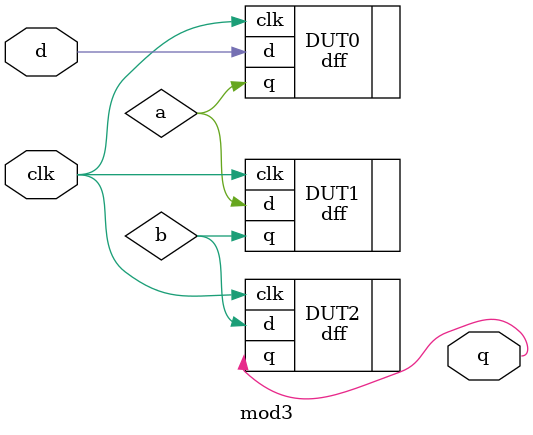
<source format=sv>
module mod3 (
	input 	clk, d,
	output	q
);

	// 代码量预计4行
	wire a, b;
    
    dff DUT0(.clk(clk), .d(d), .q(a));
    dff DUT1(.clk(clk), .d(a), .q(b));
    dff DUT2(.clk(clk), .d(b), .q(q));

endmodule

</source>
